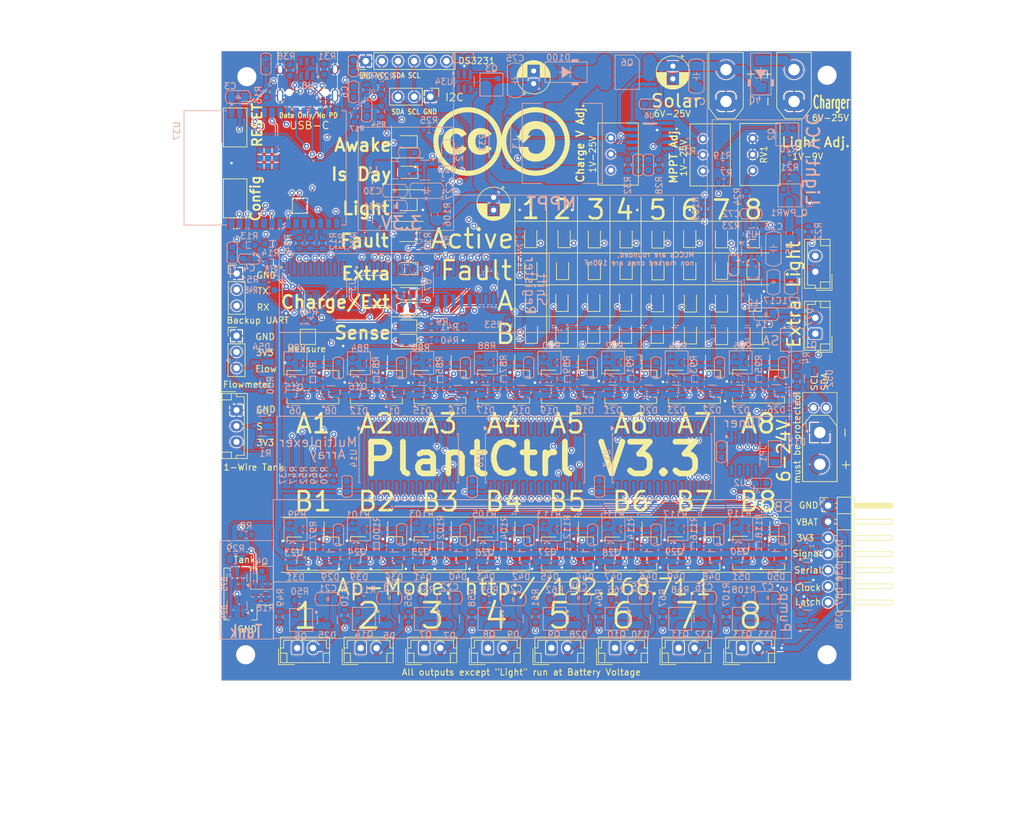
<source format=kicad_pcb>
(kicad_pcb
	(version 20240108)
	(generator "pcbnew")
	(generator_version "8.0")
	(general
		(thickness 1.6)
		(legacy_teardrops no)
	)
	(paper "A4")
	(layers
		(0 "F.Cu" signal)
		(1 "In1.Cu" signal)
		(2 "In2.Cu" signal)
		(31 "B.Cu" signal)
		(32 "B.Adhes" user "B.Adhesive")
		(33 "F.Adhes" user "F.Adhesive")
		(34 "B.Paste" user)
		(35 "F.Paste" user)
		(36 "B.SilkS" user "B.Silkscreen")
		(37 "F.SilkS" user "F.Silkscreen")
		(38 "B.Mask" user)
		(39 "F.Mask" user)
		(40 "Dwgs.User" user "User.Drawings")
		(41 "Cmts.User" user "User.Comments")
		(42 "Eco1.User" user "User.Eco1")
		(43 "Eco2.User" user "User.Eco2")
		(44 "Edge.Cuts" user)
		(45 "Margin" user)
		(46 "B.CrtYd" user "B.Courtyard")
		(47 "F.CrtYd" user "F.Courtyard")
		(48 "B.Fab" user)
		(49 "F.Fab" user)
	)
	(setup
		(stackup
			(layer "F.SilkS"
				(type "Top Silk Screen")
			)
			(layer "F.Paste"
				(type "Top Solder Paste")
			)
			(layer "F.Mask"
				(type "Top Solder Mask")
				(thickness 0.01)
			)
			(layer "F.Cu"
				(type "copper")
				(thickness 0.035)
			)
			(layer "dielectric 1"
				(type "prepreg")
				(thickness 0.1)
				(material "FR4")
				(epsilon_r 4.5)
				(loss_tangent 0.02)
			)
			(layer "In1.Cu"
				(type "copper")
				(thickness 0.035)
			)
			(layer "dielectric 2"
				(type "core")
				(thickness 1.24)
				(material "FR4")
				(epsilon_r 4.5)
				(loss_tangent 0.02)
			)
			(layer "In2.Cu"
				(type "copper")
				(thickness 0.035)
			)
			(layer "dielectric 3"
				(type "prepreg")
				(thickness 0.1)
				(material "FR4")
				(epsilon_r 4.5)
				(loss_tangent 0.02)
			)
			(layer "B.Cu"
				(type "copper")
				(thickness 0.035)
			)
			(layer "B.Mask"
				(type "Bottom Solder Mask")
				(thickness 0.01)
			)
			(layer "B.Paste"
				(type "Bottom Solder Paste")
			)
			(layer "B.SilkS"
				(type "Bottom Silk Screen")
			)
			(copper_finish "HAL lead-free")
			(dielectric_constraints no)
		)
		(pad_to_mask_clearance 0.05)
		(allow_soldermask_bridges_in_footprints no)
		(aux_axis_origin 68.58 26.67)
		(grid_origin 68.58 26.67)
		(pcbplotparams
			(layerselection 0x003ffff_ffffffff)
			(plot_on_all_layers_selection 0x0000000_00000000)
			(disableapertmacros no)
			(usegerberextensions no)
			(usegerberattributes no)
			(usegerberadvancedattributes no)
			(creategerberjobfile no)
			(dashed_line_dash_ratio 12.000000)
			(dashed_line_gap_ratio 3.000000)
			(svgprecision 4)
			(plotframeref no)
			(viasonmask no)
			(mode 1)
			(useauxorigin no)
			(hpglpennumber 1)
			(hpglpenspeed 20)
			(hpglpendiameter 15.000000)
			(pdf_front_fp_property_popups yes)
			(pdf_back_fp_property_popups yes)
			(dxfpolygonmode yes)
			(dxfimperialunits yes)
			(dxfusepcbnewfont yes)
			(psnegative no)
			(psa4output no)
			(plotreference yes)
			(plotvalue yes)
			(plotfptext yes)
			(plotinvisibletext no)
			(sketchpadsonfab no)
			(subtractmaskfromsilk no)
			(outputformat 1)
			(mirror no)
			(drillshape 0)
			(scaleselection 1)
			(outputdirectory "gerber/")
		)
	)
	(net 0 "")
	(net 1 "EN")
	(net 2 "VBAT")
	(net 3 "GND")
	(net 4 "S1")
	(net 5 "G1")
	(net 6 "3_3V")
	(net 7 "Temp")
	(net 8 "S2")
	(net 9 "G2")
	(net 10 "S3")
	(net 11 "Net-(U22-BST)")
	(net 12 "Net-(PUMP2-Pin_1)")
	(net 13 "PUMP_ENABLE")
	(net 14 "TANK_SENSOR")
	(net 15 "Net-(PUMP3-Pin_1)")
	(net 16 "Net-(PUMP4-Pin_1)")
	(net 17 "Net-(PUMP1-Pin_1)")
	(net 18 "Net-(PUMP5-Pin_1)")
	(net 19 "Net-(PUMP6-Pin_1)")
	(net 20 "Net-(PUMP7-Pin_1)")
	(net 21 "Net-(PUMP8-Pin_1)")
	(net 22 "SerialOut")
	(net 23 "Clock")
	(net 24 "Latch")
	(net 25 "Net-(Q1-G)")
	(net 26 "G3")
	(net 27 "ESP_RX")
	(net 28 "ESP_TX")
	(net 29 "Net-(Boot1-Pad2)")
	(net 30 "SDA")
	(net 31 "SCL")
	(net 32 "G4")
	(net 33 "S4")
	(net 34 "Net-(D10-K)")
	(net 35 "Net-(Q5-G)")
	(net 36 "G5")
	(net 37 "Net-(Q7-G)")
	(net 38 "Net-(Q8-G)")
	(net 39 "Net-(Q9-G)")
	(net 40 "Net-(Q10-G)")
	(net 41 "Net-(Q11-G)")
	(net 42 "Net-(Q4-G)")
	(net 43 "Net-(Q13-G)")
	(net 44 "Net-(Q14-G)")
	(net 45 "Net-(D78-A)")
	(net 46 "S5")
	(net 47 "Net-(C5-Pad2)")
	(net 48 "S6")
	(net 49 "G6")
	(net 50 "S7")
	(net 51 "PUMP1")
	(net 52 "G7")
	(net 53 "PUMP3")
	(net 54 "G8")
	(net 55 "Net-(R14-Pad2)")
	(net 56 "PUMP4")
	(net 57 "PUMP5")
	(net 58 "PUMP6")
	(net 59 "PUMP7")
	(net 60 "PUMP8")
	(net 61 "PUMP2")
	(net 62 "unconnected-(U37-IO0-Pad8)")
	(net 63 "Net-(D78-K)")
	(net 64 "S8")
	(net 65 "SIGNAL")
	(net 66 "SerialIn")
	(net 67 "S9")
	(net 68 "G9")
	(net 69 "S10")
	(net 70 "G10")
	(net 71 "G11")
	(net 72 "S11")
	(net 73 "G12")
	(net 74 "S12")
	(net 75 "S13")
	(net 76 "G13")
	(net 77 "S14")
	(net 78 "G14")
	(net 79 "S15")
	(net 80 "G15")
	(net 81 "S16")
	(net 82 "G16")
	(net 83 "CD1")
	(net 84 "CD2")
	(net 85 "CD3")
	(net 86 "CD4")
	(net 87 "CD5")
	(net 88 "Net-(D10-A)")
	(net 89 "Net-(D2-K)")
	(net 90 "CD6")
	(net 91 "CD7")
	(net 92 "Net-(U2-CV)")
	(net 93 "CD8")
	(net 94 "CD9")
	(net 95 "CD10")
	(net 96 "CD11")
	(net 97 "CD12")
	(net 98 "CD13")
	(net 99 "CD14")
	(net 100 "CD15")
	(net 101 "CD16")
	(net 102 "1K_3_3")
	(net 103 "Net-(P_FAULT1-K)")
	(net 104 "CD_Probe")
	(net 105 "SENSORS_ON")
	(net 106 "Net-(CD1-K)")
	(net 107 "Net-(SIGNAL1-K)")
	(net 108 "MS4")
	(net 109 "MS1")
	(net 110 "MS0")
	(net 111 "MS3")
	(net 112 "MS2")
	(net 113 "unconnected-(U2-DIS-Pad7)")
	(net 114 "IsDay")
	(net 115 "S_VIN")
	(net 116 "5K_VBAT")
	(net 117 "Net-(U1-QH')")
	(net 118 "Net-(U3-QH')")
	(net 119 "/Light_In")
	(net 120 "Net-(U5-BST)")
	(net 121 "Net-(Q2-G)")
	(net 122 "Net-(Q2-D)")
	(net 123 "Net-(Q_PWR1-G)")
	(net 124 "Net-(Q_PWR1-D)")
	(net 125 "LED_ENABLE")
	(net 126 "Net-(I2C3-A)")
	(net 127 "Net-(R24-Pad2)")
	(net 128 "Net-(U5-FB)")
	(net 129 "/Light+")
	(net 130 "Net-(U6-VG)")
	(net 131 "Net-(C19-Pad1)")
	(net 132 "Net-(CD2-A)")
	(net 133 "WORKING")
	(net 134 "Net-(D100-K)")
	(net 135 "Net-(L3-Pad2)")
	(net 136 "Net-(Q6-G)")
	(net 137 "Net-(U6-MPPT)")
	(net 138 "Net-(U6-COM)")
	(net 139 "Net-(U6-BAT)")
	(net 140 "Net-(U6-FB)")
	(net 141 "Net-(U6-CSP)")
	(net 142 "/3_3IN")
	(net 143 "/Light_cool")
	(net 144 "/3_3V_cool")
	(net 145 "Net-(Q3-S)")
	(net 146 "Net-(U34-VCAP)")
	(net 147 "Net-(Q3-G)")
	(net 148 "Net-(J3-Pin_1)")
	(net 149 "ENABLE_TANK")
	(net 150 "Net-(Q15-B)")
	(net 151 "Net-(Q17-B)")
	(net 152 "Net-(Q18-B)")
	(net 153 "Net-(Q19-B)")
	(net 154 "Net-(Q20-B)")
	(net 155 "Net-(Q21-B)")
	(net 156 "Net-(Q22-B)")
	(net 157 "Net-(Q23-B)")
	(net 158 "Net-(Q24-B)")
	(net 159 "Net-(Q25-B)")
	(net 160 "Net-(Q26-B)")
	(net 161 "Net-(Q27-B)")
	(net 162 "Net-(Q28-B)")
	(net 163 "Net-(Q29-B)")
	(net 164 "Net-(Q30-B)")
	(net 165 "unconnected-(U37-IO8-Pad10)")
	(net 166 "Net-(D11-A)")
	(net 167 "Net-(JP1-C)")
	(net 168 "unconnected-(U37-NC-Pad22)")
	(net 169 "USB_D-")
	(net 170 "FLOW")
	(net 171 "USB_D+")
	(net 172 "BOOT_SEL")
	(net 173 "WARN_LED")
	(net 174 "Net-(Q15-C)")
	(net 175 "Net-(Q16-C)")
	(net 176 "Net-(Q17-C)")
	(net 177 "Net-(Q18-C)")
	(net 178 "Net-(Q19-C)")
	(net 179 "Net-(Q20-C)")
	(net 180 "Net-(Q21-C)")
	(net 181 "Net-(Q22-C)")
	(net 182 "Net-(Q23-C)")
	(net 183 "Net-(Q24-C)")
	(net 184 "Net-(Q25-C)")
	(net 185 "Net-(Q26-C)")
	(net 186 "Net-(Q27-C)")
	(net 187 "Net-(Q28-C)")
	(net 188 "Net-(Q29-C)")
	(net 189 "Net-(Q30-C)")
	(net 190 "Net-(Q16-B)")
	(net 191 "FAULT1")
	(net 192 "FAULT2")
	(net 193 "FAULT3")
	(net 194 "FAULT4")
	(net 195 "FAULT5")
	(net 196 "FAULT6")
	(net 197 "FAULT7")
	(net 198 "FAULT8")
	(net 199 "OE")
	(net 200 "unconnected-(U8-I{slash}O2-Pad4)")
	(net 201 "SQW")
	(net 202 "32K")
	(net 203 "USB_BUS")
	(net 204 "unconnected-(U8-I{slash}O1-Pad6)")
	(net 205 "Net-(D53-K)")
	(net 206 "Net-(JP2-C)")
	(net 207 "CHARGING")
	(net 208 "SOL_CHARGE")
	(net 209 "unconnected-(RV3-Pad3)")
	(net 210 "unconnected-(RV2-Pad3)")
	(net 211 "Net-(J7-CC1)")
	(net 212 "Net-(J7-CC2)")
	(net 213 "unconnected-(J7-SBU1-PadA8)")
	(net 214 "unconnected-(J7-SBU2-PadB8)")
	(footprint "Connector_JST:JST_PH_B2B-PH-SM4-TB_1x02-1MP_P2.00mm_Vertical" (layer "F.Cu") (at 204.58 117.92 180))
	(footprint "Button_Switch_SMD:SW_SPST_CK_RS282G05A3" (layer "F.Cu") (at 172.33 52.67 90))
	(footprint "Connector_JST:JST_PH_B2B-PH-SM4-TB_1x02-1MP_P2.00mm_Vertical" (layer "F.Cu") (at 194.555 91.77 180))
	(footprint "Connector_AMASS:AMASS_XT30UPB-M_1x02_P5.0mm_Vertical" (layer "F.Cu") (at 249.53 48.57 90))
	(footprint "LED_SMD:LED_0805_2012Metric" (layer "F.Cu") (at 199.2425 81.12 180))
	(footprint "Button_Switch_SMD:SW_SPST_CK_RS282G05A3" (layer "F.Cu") (at 172.33 63.82 -90))
	(footprint "LED_SMD:LED_0805_2012Metric" (layer "F.Cu") (at 223.73 84.945 90))
	(footprint "LED_SMD:LED_0805_2012Metric" (layer "F.Cu") (at 218.83 74.8825 90))
	(footprint "LED_SMD:LED_0805_2012Metric" (layer "F.Cu") (at 228.83 74.92 90))
	(footprint "LED_SMD:LED_0805_2012Metric" (layer "F.Cu") (at 243.93 80.02 90))
	(footprint "Connector_JST:JST_PH_B2B-PH-SM4-TB_1x02-1MP_P2.00mm_Vertical" (layer "F.Cu") (at 254.655 91.67 180))
	(footprint "LED_SMD:LED_0805_2012Metric" (layer "F.Cu") (at 238.73 84.945 90))
	(footprint "kicad-stuff:AMASS_XT30UPB+DATA-M_1x02_P5.0mm_Vertical" (layer "F.Cu") (at 264.28 100.67 -90))
	(footprint "LED_SMD:LED_0805_2012Metric" (layer "F.Cu") (at 243.93 85.045 90))
	(footprint "Connector_JST:JST_PH_B2B-PH-SM4-TB_1x02-1MP_P2.00mm_Vertical" (layer "F.Cu") (at 184.58 117.97 180))
	(footprint "Connector_PinHeader_2.54mm:PinHeader_1x03_P2.54mm_Vertical" (layer "F.Cu") (at 172.555 85.445))
	(footprint "LED_SMD:LED_0805_2012Metric" (layer "F.Cu") (at 199.23 86.17 180))
	(footprint "Connector_AMASS:AMASS_XT30UPB-F_1x02_P5.0mm_Vertical" (layer "F.Cu") (at 260.23 48.57 90))
	(footprint "Connector_JST:JST_PH_B2B-PH-SM4-TB_1x02-1MP_P2.00mm_Vertical" (layer "F.Cu") (at 254.68 117.87 180))
	(footprint "Connector_JST:JST_EH_B2B-EH-A_1x02_P2.50mm_Vertical" (layer "F.Cu") (at 232.08 134.575))
	(footprint "Connector_JST:JST_EH_B2B-EH-A_1x02_P2.50mm_Vertical" (layer "F.Cu") (at 242.08 134.575))
	(footprint "Connector_JST:JST_EH_B2B-EH-A_1x02_P2.50mm_Vertical" (layer "F.Cu") (at 263.58 85.12 90))
	(footprint "LED_SMD:LED_0805_2012Metric" (layer "F.Cu") (at 248.83 85.145 90))
	(footprint "LED_SMD:LED_0805_2012Metric" (layer "F.Cu") (at 248.83 80.02 90))
	(footprint "Connector_JST:JST_EH_B3B-EH-A_1x03_P2.50mm_Vertical" (layer "F.Cu") (at 172.555 97.145 -90))
	(footprint "Connector_JST:JST_PH_B2B-PH-SM4-TB_1x02-1MP_P2.00mm_Vertical" (layer "F.Cu") (at 224.58 117.97 180))
	(footprint "LED_SMD:LED_0805_2012Metric" (layer "F.Cu") (at 199.23 69.6575 180))
	(footprint "Connector_PinHeader_2.54mm:PinHeader_1x07_P2.54mm_Horizontal" (layer "F.Cu") (at 265.58 112.17))
	(footprint "LED_SMD:LED_0805_2012Metric" (layer "F.Cu") (at 218.93 84.945 90))
	(footprint "LED_SMD:LED_0805_2012Metric"
		(layer "F.Cu")
		(uuid "38c660a9-1b7f-4b5b-b61c-be652783af9f")
		(at 243.83 69.8825 90)
		(descr "LED SMD 0805 (2012 Metric), square (rectangular) end terminal, IPC_7351 nominal, (Body size source: https://docs.google.com/spreadsheets/d/1BsfQQcO9C6DZCsRaXUlFlo91Tg2WpOkGARC1WS5S8t0/edit?usp=sharing), generated with kicad-footprint-generator")
		(tags "LED")
		(property "Reference" "PUMP_D6"
			(at 0 -1.65 90)
			(layer "F.SilkS")
			(hide yes)
			(uuid "44bbbf26-a62d-4436-b514-b825e281b3ce")
			(effects
				(font
					(size 1 1)
					(thickness 0.15)
				)
			)
		)
		(property "Value" "BLUE"
			(at 0 1.65 90)
			(layer "F.Fab")
			(uuid "8a8574fa-8ef6-410c-870d-c44e0d85d060")
			(effects
				(font
					(size 1 1)
					(thickness 0.15)
				)
			)
		)
		(property "Footprint" "LED_SMD:LED_0805_2012Metric"
			(at 0 0 90)
			(unlocked yes)
			(layer "F.Fab")
			(hide yes)
			(uuid "0bbef73a-c570-477f-a1a4-ae99308a1abe")
			(effects
				(font
					(size 1.27 1.27)
					(thickness 0.15)
				)
			)
		)
		(property "Datasheet" ""
			(at 0 0 90)
			(unlocked yes)
			(layer "F.Fab")
			(hide yes)
			(uuid "1ae939cc-3500-4eee-8197-2ae48b6e6729")
			(effects
				(font
					(size 1.27 1.27)
					(thickness 0.15)
				)
			)
		)
		(property "Description" ""
			(at 0 0 90)
			(unlocked yes)
			(layer "F.Fab")
			(hide yes)
			(uuid "f1e07697-0ac1-494e-b33a-d9f9652f33ce")
			(effects
				(font
					(size 1.27 1.27)
					(thickness 0.15)
				)
			)
		)
		(property "LCSC_PART_NUMBER" "C205441"
			(at 0 0 0)
			(layer "F.Fab")
			(hide yes)
			(uuid "8e33ab52-a42a-4bc9-9e95-45
... [4947203 chars truncated]
</source>
